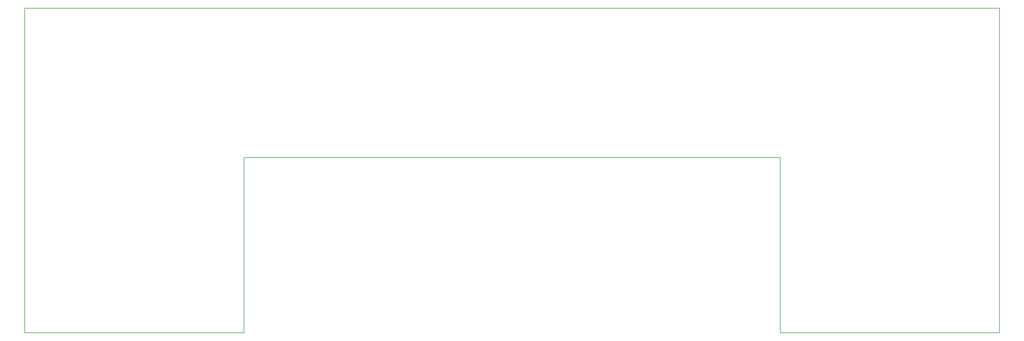
<source format=gbr>
G04 #@! TF.GenerationSoftware,KiCad,Pcbnew,(5.0.2)-1*
G04 #@! TF.CreationDate,2021-01-10T12:53:51+01:00*
G04 #@! TF.ProjectId,OpenEuroBoard,4f70656e-4575-4726-9f42-6f6172642e6b,rev?*
G04 #@! TF.SameCoordinates,Original*
G04 #@! TF.FileFunction,Profile,NP*
%FSLAX46Y46*%
G04 Gerber Fmt 4.6, Leading zero omitted, Abs format (unit mm)*
G04 Created by KiCad (PCBNEW (5.0.2)-1) date 10/01/2021 12:53:51*
%MOMM*%
%LPD*%
G01*
G04 APERTURE LIST*
%ADD10C,0.150000*%
G04 APERTURE END LIST*
D10*
X300000000Y-100000000D02*
X232500000Y-100000000D01*
X67500000Y-46000000D02*
X67500000Y-100000000D01*
X232500000Y-46000000D02*
X67500000Y-46000000D01*
X232500000Y-100000000D02*
X232500000Y-46000000D01*
X0Y-100000000D02*
X0Y0D01*
X67500000Y-100000000D02*
X0Y-100000000D01*
X300000000Y0D02*
X300000000Y-100000000D01*
X0Y0D02*
X300000000Y0D01*
M02*

</source>
